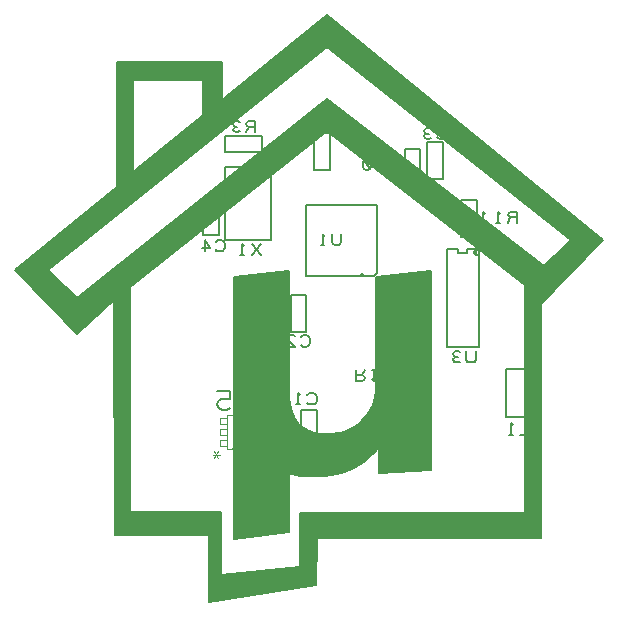
<source format=gbr>
%FSLAX23Y23*%
%MOIN*%
G04 EasyPC Gerber Version 17.0 Build 3379 *
%ADD78C,0.00100*%
%ADD132C,0.00300*%
%ADD77C,0.00500*%
%ADD131C,0.00600*%
%ADD133C,0.00820*%
X0Y0D02*
D02*
D77*
X3141Y1226D02*
X3194D01*
Y1349*
X3141*
Y1226*
X3184Y1178D02*
X3187Y1174D01*
X3194Y1171*
X3203*
X3209Y1174*
X3212Y1178*
X3215Y1184*
Y1196*
X3212Y1203*
X3209Y1206*
X3203Y1209*
X3194*
X3187Y1206*
X3184Y1203*
X3150Y1171D02*
Y1209D01*
X3165Y1184*
X3140*
X3245Y1085D02*
X3430Y1105D01*
X3428Y680*
X3434Y646*
X3444Y619*
X3455Y602*
X3467Y590*
X3480Y581*
X3490Y575*
X3521Y564*
X3535Y562*
X3549Y561*
X3564Y561*
X3577Y562*
X3592Y565*
X3603Y567*
X3618Y573*
X3631Y578*
X3645Y586*
X3661Y596*
X3677Y611*
X3689Y625*
X3698Y641*
X3706Y654*
X3713Y670*
X3715Y686*
X3718Y704*
X3719Y727*
X3719Y1085*
X3902Y1105*
Y443*
X3730Y432*
X3729Y520*
X3715Y503*
X3696Y485*
X3680Y470*
X3663Y458*
X3644Y448*
X3622Y439*
X3601Y433*
X3587Y429*
X3569Y427*
X3545Y423*
X3526Y423*
X3509Y422*
X3487*
X3470Y423*
X3453Y425*
X3439Y428*
X3428Y430*
Y235*
X3246Y214*
X3245Y1085*
G36*
X3430Y1105*
X3428Y680*
X3434Y646*
X3444Y619*
X3455Y602*
X3467Y590*
X3480Y581*
X3490Y575*
X3521Y564*
X3535Y562*
X3549Y561*
X3564Y561*
X3577Y562*
X3592Y565*
X3603Y567*
X3618Y573*
X3631Y578*
X3645Y586*
X3661Y596*
X3677Y611*
X3689Y625*
X3698Y641*
X3706Y654*
X3713Y670*
X3715Y686*
X3718Y704*
X3719Y727*
X3719Y1085*
X3902Y1105*
Y443*
X3730Y432*
X3729Y520*
X3715Y503*
X3696Y485*
X3680Y470*
X3663Y458*
X3644Y448*
X3622Y439*
X3601Y433*
X3587Y429*
X3569Y427*
X3545Y423*
X3526Y423*
X3509Y422*
X3487*
X3470Y423*
X3453Y425*
X3439Y428*
X3428Y430*
Y235*
X3246Y214*
X3245Y1085*
G37*
X3317Y1568D02*
Y1606D01*
X3295*
X3289Y1602*
X3286Y1596*
X3289Y1590*
X3295Y1587*
X3317*
X3295D02*
X3286Y1568D01*
X3264Y1571D02*
X3257Y1568D01*
X3251*
X3245Y1571*
X3242Y1577*
X3245Y1584*
X3251Y1587*
X3257*
X3251D02*
X3245Y1590D01*
X3242Y1596*
X3245Y1602*
X3251Y1606*
X3257*
X3264Y1602*
X3336Y1158D02*
X3304Y1195D01*
X3336D02*
X3304Y1158D01*
X3279D02*
X3267D01*
X3273D02*
Y1195D01*
X3279Y1189*
X3339Y1504D02*
Y1557D01*
X3216*
Y1504*
X3339*
X3368Y1453D02*
Y1209D01*
X3215*
Y1453*
X3368*
X3487Y1027D02*
X3434D01*
Y904*
X3487*
Y1027*
X3468Y860D02*
X3471Y857D01*
X3477Y853*
X3486*
X3493Y857*
X3496Y860*
X3499Y866*
Y878*
X3496Y885*
X3493Y888*
X3486Y891*
X3477*
X3471Y888*
X3468Y885*
X3424Y853D02*
X3449D01*
X3427Y875*
X3424Y882*
X3427Y888*
X3433Y891*
X3443*
X3449Y888*
X3513Y1444D02*
X3566D01*
Y1567*
X3513*
Y1444*
X3522Y641D02*
X3469D01*
Y518*
X3522*
Y641*
X3490Y667D02*
X3493Y664D01*
X3500Y661*
X3509*
X3515Y664*
X3518Y667*
X3522Y673*
Y686*
X3518Y692*
X3515Y695*
X3509Y698*
X3500*
X3493Y695*
X3490Y692*
X3465Y661D02*
X3453D01*
X3459D02*
Y698D01*
X3465Y692*
X3554Y1854D02*
X2625Y1109D01*
X2721Y1015*
X3557Y1680*
X4279Y1121*
X4370Y1209*
X3555Y1854*
Y1959*
X4476Y1209*
X4270Y997*
Y215*
X3467Y215*
X3467Y298*
X4215*
Y1059*
X3557Y1573*
X2899Y1054*
Y304*
X3201*
Y91*
X3467Y120*
Y212*
X3521*
X3520Y58*
X3163Y4*
X3163Y226*
X2848*
X2846Y1010*
X2721Y897*
X2517Y1109*
X2854Y1385*
Y1804*
X3207*
X3207Y1678*
X3143Y1633*
Y1743*
X2910*
Y1436*
X3207Y1676*
X3554Y1959*
X3554Y1854*
G36*
X2625Y1109*
X2721Y1015*
X3557Y1680*
X4279Y1121*
X4370Y1209*
X3555Y1854*
Y1959*
X4476Y1209*
X4270Y997*
Y215*
X3467Y215*
X3467Y298*
X4215*
Y1059*
X3557Y1573*
X2899Y1054*
Y304*
X3201*
Y91*
X3467Y120*
Y212*
X3521*
X3520Y58*
X3163Y4*
X3163Y226*
X2848*
X2846Y1010*
X2721Y897*
X2517Y1109*
X2854Y1385*
Y1804*
X3207*
X3207Y1678*
X3143Y1633*
Y1743*
X2910*
Y1436*
X3207Y1676*
X3554Y1959*
X3554Y1854*
G37*
X3546Y1586D02*
X3550Y1583D01*
X3556Y1580*
X3565*
X3571Y1583*
X3575Y1586*
X3578Y1592*
Y1605*
X3575Y1611*
X3571Y1614*
X3565Y1617*
X3556*
X3550Y1614*
X3546Y1611*
X3528Y1583D02*
X3521Y1580D01*
X3512*
X3506Y1583*
X3503Y1589*
Y1592*
X3506Y1599*
X3512Y1602*
X3528*
Y1617*
X3503*
X3603Y1229D02*
Y1201D01*
X3600Y1195*
X3594Y1192*
X3581*
X3575Y1195*
X3572Y1201*
Y1229*
X3547Y1192D02*
X3535D01*
X3541D02*
Y1229D01*
X3547Y1223*
X3651Y777D02*
Y739D01*
X3672*
X3679Y742*
X3682Y748*
X3679Y755*
X3672Y758*
X3651*
X3672D02*
X3682Y777D01*
X3707D02*
X3719D01*
X3713D02*
Y739D01*
X3707Y745*
X3676Y1092D02*
G75*
G02X3668I-4D01*
G01*
G75*
G02X3676I4*
G01*
G36*
G75*
G02X3668I-4*
G01*
G75*
G02X3676I4*
G01*
G37*
X3720Y930D02*
X3773D01*
Y1053*
X3720*
Y930*
X3722Y1326D02*
X3484D01*
Y1088*
X3713*
X3722Y1098*
Y1326*
X3802Y1442D02*
Y1480D01*
X3780*
X3774Y1476*
X3771Y1470*
X3774Y1464*
X3780Y1461*
X3802*
X3780D02*
X3771Y1442D01*
X3746D02*
X3733D01*
X3740D02*
Y1480D01*
X3746Y1473*
X3699Y1445D02*
X3693Y1442D01*
X3686*
X3680Y1445*
X3677Y1451*
Y1470*
X3680Y1476*
X3686Y1480*
X3693*
X3699Y1476*
X3702Y1470*
Y1451*
X3699Y1445*
X3680Y1476*
X3814Y1391D02*
X3867D01*
Y1514*
X3814*
Y1391*
X3943Y1535D02*
X3890D01*
Y1412*
X3943*
Y1535*
X3922Y1552D02*
X3926Y1548D01*
X3932Y1545*
X3941*
X3947Y1548*
X3951Y1552*
X3954Y1558*
Y1570*
X3951Y1577*
X3947Y1580*
X3941Y1583*
X3932*
X3926Y1580*
X3922Y1577*
X3901Y1548D02*
X3894Y1545D01*
X3888*
X3882Y1548*
X3879Y1555*
X3882Y1561*
X3888Y1564*
X3894*
X3888D02*
X3882Y1567D01*
X3879Y1573*
X3882Y1580*
X3888Y1583*
X3894*
X3901Y1580*
X3954Y1180D02*
Y854D01*
X4063*
Y1180*
X4023*
Y1165*
X3993*
Y1180*
X3954*
X4003Y1219D02*
X4056D01*
Y1342*
X4003*
Y1219*
X4051Y839D02*
Y811D01*
X4048Y804*
X4042Y801*
X4029*
X4023Y804*
X4020Y811*
Y839*
X3998Y804D02*
X3992Y801D01*
X3985*
X3979Y804*
X3976Y811*
X3979Y817*
X3985Y820*
X3992*
X3985D02*
X3979Y823D01*
X3976Y829*
X3979Y836*
X3985Y839*
X3992*
X3998Y836*
X4054Y1176D02*
G75*
G02Y1158J-9D01*
G01*
G75*
G02Y1176J9*
G01*
G36*
G75*
G02Y1158J-9*
G01*
G75*
G02Y1176J9*
G01*
G37*
X4189Y1266D02*
Y1303D01*
X4167*
X4161Y1300*
X4158Y1294*
X4161Y1288*
X4167Y1285*
X4189*
X4167D02*
X4158Y1266D01*
X4133D02*
X4120D01*
X4126D02*
Y1303D01*
X4133Y1297*
X4083Y1266D02*
X4070D01*
X4076D02*
Y1303D01*
X4083Y1297*
X4221Y778D02*
Y618D01*
X4151*
Y778*
X4221*
X4230Y598D02*
Y560D01*
X4199*
X4174D02*
X4162D01*
X4168D02*
Y598D01*
X4174Y591*
D02*
D78*
X3198Y541D02*
X3222D01*
Y522*
X3198*
Y541*
Y579D02*
X3222D01*
Y559*
X3198*
Y579*
Y616D02*
X3222D01*
Y597*
X3198*
Y616*
X3222Y522D02*
Y512D01*
X3284*
Y522*
X3222Y541D02*
Y559D01*
Y579D02*
Y597D01*
X3265Y512D02*
G75*
G03X3241I-12D01*
G01*
G75*
G02X3265I12*
G01*
X3284Y597D02*
Y541D01*
Y616D02*
Y626D01*
X3222*
Y616*
X3308Y522D02*
X3284D01*
Y541*
X3308*
Y522*
Y597D02*
X3284D01*
Y616*
X3308*
Y597*
D02*
D131*
X3242Y626D02*
X3264D01*
X3260Y521D02*
X3264Y512*
X3242D01*
X3284Y582D02*
Y556D01*
D02*
D132*
X3174Y494D02*
X3199D01*
X3180Y506D02*
X3193Y481D01*
X3180D02*
X3193Y506D01*
X3174Y494D02*
X3199D01*
X3180Y506D02*
X3193Y481D01*
X3180D02*
X3193Y506D01*
X3174Y494D02*
X3199D01*
X3180Y506D02*
X3193Y481D01*
X3180D02*
X3193Y506D01*
X3174Y494D02*
X3199D01*
X3180Y506D02*
X3193Y481D01*
X3180D02*
X3193Y506D01*
D02*
D133*
X3313Y705D02*
Y659D01*
X3308Y649*
X3298Y644*
X3277*
X3267Y649*
X3262Y659*
Y705*
X3231Y649D02*
X3221Y644D01*
X3205*
X3195Y649*
X3190Y659*
Y664*
X3195Y675*
X3205Y680*
X3231*
Y705*
X3190*
X0Y0D02*
M02*

</source>
